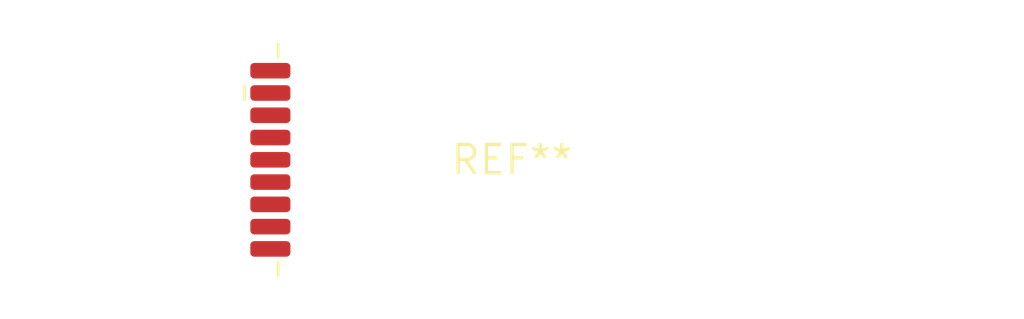
<source format=kicad_pcb>
(kicad_pcb (version 20240108) (generator pcbnew)
  (layers (0 "F.Cu" signal) (31 "B.Cu" signal) (34 "B.Paste" user) (35 "F.Paste" user) (36 "B.SilkS" user "B.Silkscreen") (37 "F.SilkS" user "F.Silkscreen") (38 "B.Mask" user) (39 "F.Mask" user) (44 "Edge.Cuts" user))
  (net 0 "")
  (footprint "USB3_A_Plug_Wuerth_692112030100_Horizontal" (layer "F.Cu") (at 0 0)
    (property "Reference" "REF**")
    (property "Value" "USB3_A_Plug_Wuerth_692112030100_Horizontal")
    (fp_line (start -12.01 -2.7) (end -12.01 -3.3) (layer "F.SilkS") (stroke (width 0.12)))
    (fp_line (start -10.5 -4.61) (end -10.5 -5.19) (layer "F.SilkS") (stroke (width 0.12)))
    (fp_line (start -10.5 4.61) (end -10.5 5.19) (layer "F.SilkS") (stroke (width 0.12)))
    (pad "" np_thru_hole circle (at -8.4 -2.25 90) (size 1.1 1.1) (drill 1.1) (layers *.Cu *.Mask))
    (pad "" np_thru_hole circle (at -8.4 2.25 90) (size 1.1 1.1) (drill 1.1) (layers *.Cu *.Mask))
    (pad "1" smd roundrect (at -10.85 -3 90) (size 0.7 1.8) (layers "F.Cu" "F.Paste" "F.Mask"))
    (pad "2" smd roundrect (at -10.85 -1 90) (size 0.7 1.8) (layers "F.Cu" "F.Paste" "F.Mask"))
    (pad "3" smd roundrect (at -10.85 1 90) (size 0.7 1.8) (layers "F.Cu" "F.Paste" "F.Mask"))
    (pad "4" smd roundrect (at -10.85 3 90) (size 0.7 1.8) (layers "F.Cu" "F.Paste" "F.Mask"))
    (pad "5" smd roundrect (at -10.85 4 90) (size 0.7 1.8) (layers "F.Cu" "F.Paste" "F.Mask"))
    (pad "6" smd roundrect (at -10.85 2 90) (size 0.7 1.8) (layers "F.Cu" "F.Paste" "F.Mask"))
    (pad "7" smd roundrect (at -10.85 0 90) (size 0.7 1.8) (layers "F.Cu" "F.Paste" "F.Mask"))
    (pad "8" smd roundrect (at -10.85 -2 90) (size 0.7 1.8) (layers "F.Cu" "F.Paste" "F.Mask"))
    (pad "9" smd roundrect (at -10.85 -4) (size 1.8 0.7) (layers "F.Cu" "F.Paste" "F.Mask"))
    (pad "10" thru_hole oval (at -8.4 -5.85 90) (size 1.6 4) (drill oval 1 2.5) (layers *.Cu *.Mask) (remove_unused_layers))
    (pad "10" thru_hole oval (at -8.4 5.85 90) (size 1.6 4) (drill oval 1 2.5) (layers *.Cu *.Mask) (remove_unused_layers))
  )
)
</source>
